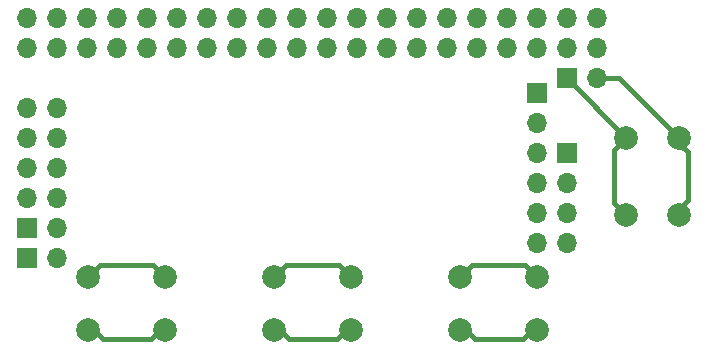
<source format=gtl>
G04 #@! TF.GenerationSoftware,KiCad,Pcbnew,(5.1.4)-1*
G04 #@! TF.CreationDate,2020-03-10T21:25:51+00:00*
G04 #@! TF.ProjectId,rgb-to-hdmi,7267622d-746f-42d6-9864-6d692e6b6963,rev?*
G04 #@! TF.SameCoordinates,Original*
G04 #@! TF.FileFunction,Copper,L1,Top*
G04 #@! TF.FilePolarity,Positive*
%FSLAX46Y46*%
G04 Gerber Fmt 4.6, Leading zero omitted, Abs format (unit mm)*
G04 Created by KiCad (PCBNEW (5.1.4)-1) date 2020-03-10 21:25:51*
%MOMM*%
%LPD*%
G04 APERTURE LIST*
%ADD10R,1.700000X1.700000*%
%ADD11O,1.700000X1.700000*%
%ADD12C,2.000000*%
%ADD13C,0.381000*%
G04 APERTURE END LIST*
D10*
X24372000Y-44510960D03*
D11*
X26912000Y-44510960D03*
X24372000Y-41970960D03*
X26912000Y-41970960D03*
X24372000Y-39430960D03*
X26912000Y-39430960D03*
X24372000Y-36890960D03*
X26912000Y-36890960D03*
X24372000Y-34350960D03*
X26912000Y-34350960D03*
D10*
X70092000Y-38135560D03*
D11*
X70092000Y-40675560D03*
X70092000Y-43215560D03*
X70092000Y-45755560D03*
D10*
X67600800Y-33054001D03*
D11*
X67600800Y-35594001D03*
X67600800Y-38134001D03*
X67600800Y-40674001D03*
X67600800Y-43214001D03*
X67600800Y-45754001D03*
D12*
X29556000Y-53146960D03*
X29556000Y-48646960D03*
X36056000Y-53146960D03*
X36056000Y-48646960D03*
X51804000Y-48646960D03*
X51804000Y-53146960D03*
X45304000Y-48646960D03*
X45304000Y-53146960D03*
X67552000Y-48646960D03*
X67552000Y-53146960D03*
X61052000Y-48646960D03*
X61052000Y-53146960D03*
X79617000Y-43390960D03*
X75117000Y-43390960D03*
X79617000Y-36890960D03*
X75117000Y-36890960D03*
D10*
X24372000Y-47050960D03*
D11*
X26912000Y-47050960D03*
X24372000Y-29270960D03*
X24372000Y-26730960D03*
X26912000Y-29270960D03*
X26912000Y-26730960D03*
X29452000Y-29270960D03*
X29452000Y-26730960D03*
X31992000Y-29270960D03*
X31992000Y-26730960D03*
X34532000Y-29270960D03*
X34532000Y-26730960D03*
X37072000Y-29270960D03*
X37072000Y-26730960D03*
X39612000Y-29270960D03*
X39612000Y-26730960D03*
X42152000Y-29270960D03*
X42152000Y-26730960D03*
X44692000Y-29270960D03*
X44692000Y-26730960D03*
X47232000Y-29270960D03*
X47232000Y-26730960D03*
X49772000Y-29270960D03*
X49772000Y-26730960D03*
X52312000Y-29270960D03*
X52312000Y-26730960D03*
X54852000Y-29270960D03*
X54852000Y-26730960D03*
X57392000Y-29270960D03*
X57392000Y-26730960D03*
X59932000Y-29270960D03*
X59932000Y-26730960D03*
X62472000Y-29270960D03*
X62472000Y-26730960D03*
X65012000Y-29270960D03*
X65012000Y-26730960D03*
X67552000Y-29270960D03*
X67552000Y-26730960D03*
X70092000Y-29270960D03*
X70092000Y-26730960D03*
X72632000Y-29270960D03*
X72632000Y-26730960D03*
D10*
X70092000Y-31810960D03*
D11*
X72632000Y-31810960D03*
D13*
X74117001Y-37890959D02*
X75117000Y-36890960D01*
X75117000Y-43390960D02*
X74117001Y-42390961D01*
X74117001Y-42390961D02*
X74117001Y-37890959D01*
X70092000Y-31865960D02*
X70092000Y-31810960D01*
X75117000Y-36890960D02*
X70092000Y-31865960D01*
X74537000Y-31810960D02*
X72632000Y-31810960D01*
X79617000Y-36890960D02*
X74537000Y-31810960D01*
X79617000Y-42915960D02*
X79617000Y-43390960D01*
X80372000Y-42160960D02*
X79617000Y-42915960D01*
X80372000Y-38130960D02*
X80372000Y-42160960D01*
X79617000Y-36890960D02*
X79617000Y-37375960D01*
X79617000Y-37375960D02*
X80372000Y-38130960D01*
X35626000Y-53146960D02*
X36056000Y-53146960D01*
X34852000Y-53920960D02*
X35626000Y-53146960D01*
X30832000Y-53920960D02*
X34852000Y-53920960D01*
X29556000Y-53146960D02*
X30058000Y-53146960D01*
X30058000Y-53146960D02*
X30832000Y-53920960D01*
X35056001Y-47646961D02*
X36056000Y-48646960D01*
X29556000Y-48646960D02*
X30555999Y-47646961D01*
X30555999Y-47646961D02*
X35056001Y-47646961D01*
X50804001Y-47646961D02*
X51804000Y-48646960D01*
X45304000Y-48646960D02*
X46303999Y-47646961D01*
X46303999Y-47646961D02*
X50804001Y-47646961D01*
X51366000Y-53146960D02*
X51804000Y-53146960D01*
X50592000Y-53920960D02*
X51366000Y-53146960D01*
X46552000Y-53920960D02*
X50592000Y-53920960D01*
X45304000Y-53146960D02*
X45778000Y-53146960D01*
X45778000Y-53146960D02*
X46552000Y-53920960D01*
X66552001Y-47646961D02*
X67552000Y-48646960D01*
X61052000Y-48646960D02*
X62051999Y-47646961D01*
X62051999Y-47646961D02*
X66552001Y-47646961D01*
X67156000Y-53146960D02*
X67552000Y-53146960D01*
X66402000Y-53900960D02*
X67156000Y-53146960D01*
X62342000Y-53900960D02*
X66402000Y-53900960D01*
X61052000Y-53146960D02*
X61588000Y-53146960D01*
X61588000Y-53146960D02*
X62342000Y-53900960D01*
M02*

</source>
